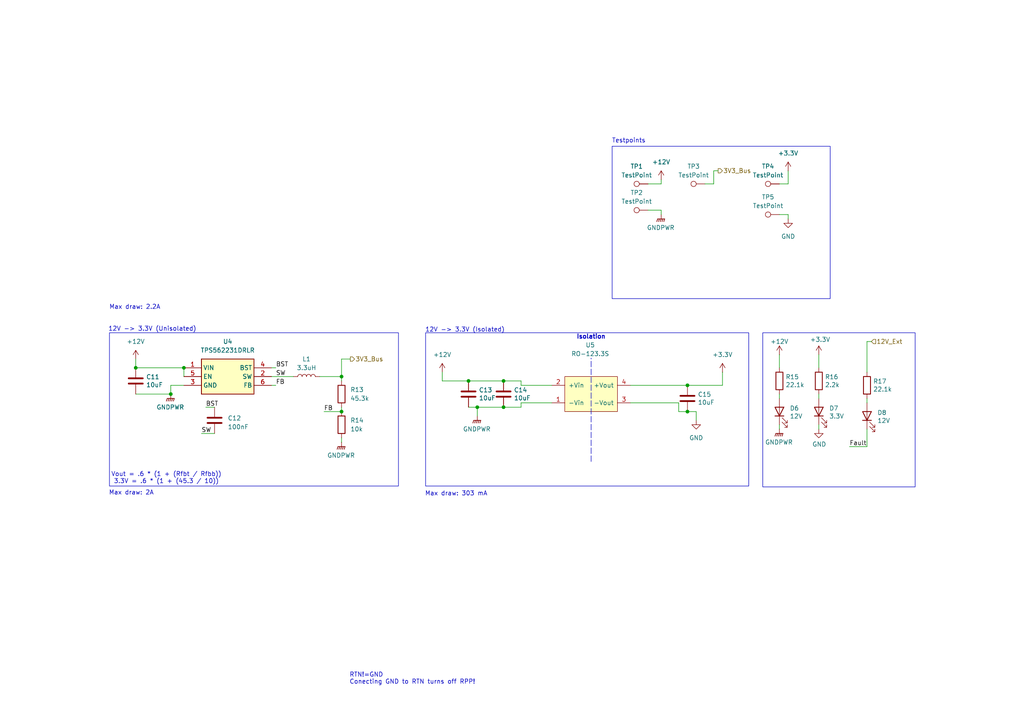
<source format=kicad_sch>
(kicad_sch (version 20231120) (generator "eeschema") (generator_version "8.0")
  (paper "A4")
  (lib_symbols
    (symbol "Connector:TestPoint" (pin_numbers hide) (pin_names (offset 0.762) hide)
      (property "Reference" "TP" (at 0 6.858 0))
      (property "Value" "TestPoint" (at 0 5.08 0))
      (symbol "TestPoint_0_1"
        (circle (center 0 3.302) (radius 0.762))
      )
      (symbol "TestPoint_1_1"
        (pin passive line (at 0 0 90) (length 2.54) (name "1") (number "1"))
      )
    )
    (symbol "Device:C" (pin_numbers hide) (pin_names (offset 0.254))
      (property "Reference" "C" (at 0.635 2.54 0))
      (property "Value" "C" (at 0.635 -2.54 0))
      (symbol "C_0_1"
        (polyline (pts (xy -2.032 -0.762) (xy 2.032 -0.762)) (stroke (width 0.508)))
        (polyline (pts (xy -2.032 0.762) (xy 2.032 0.762)) (stroke (width 0.508)))
      )
      (symbol "C_1_1"
        (pin passive line (at 0 3.81 270) (length 2.794) (name "~") (number "1"))
        (pin passive line (at 0 -3.81 90) (length 2.794) (name "~") (number "2"))
      )
    )
    (symbol "Device:L" (pin_numbers hide) (pin_names (offset 1.016) hide)
      (property "Reference" "L" (at -1.27 0 90))
      (property "Value" "L" (at 1.905 0 90))
      (symbol "L_0_1"
        (arc (start 0 -2.54) (mid 0.6323 -1.905) (end 0 -1.27))
        (arc (start 0 -1.27) (mid 0.6323 -0.635) (end 0 0))
        (arc (start 0 0) (mid 0.6323 0.635) (end 0 1.27))
        (arc (start 0 1.27) (mid 0.6323 1.905) (end 0 2.54))
      )
      (symbol "L_1_1"
        (pin passive line (at 0 3.81 270) (length 1.27) (name "1") (number "1"))
        (pin passive line (at 0 -3.81 90) (length 1.27) (name "2") (number "2"))
      )
    )
    (symbol "Device:LED" (pin_numbers hide) (pin_names (offset 1.016) hide)
      (property "Reference" "D" (at 0 2.54 0))
      (property "Value" "LED" (at 0 -2.54 0))
      (symbol "LED_0_1"
        (polyline (pts (xy -1.27 -1.27) (xy -1.27 1.27)) (stroke (width 0.254)))
        (polyline (pts (xy -1.27 0) (xy 1.27 0)))
        (polyline (pts (xy 1.27 -1.27) (xy 1.27 1.27) (xy -1.27 0) (xy 1.27 -1.27)) (stroke (width 0.254)))
        (polyline (pts (xy -3.048 -0.762) (xy -4.572 -2.286) (xy -3.81 -2.286) (xy -4.572 -2.286) (xy -4.572 -1.524)))
        (polyline (pts (xy -1.778 -0.762) (xy -3.302 -2.286) (xy -2.54 -2.286) (xy -3.302 -2.286) (xy -3.302 -1.524)))
      )
      (symbol "LED_1_1"
        (pin passive line (at -3.81 0 0) (length 2.54) (name "K") (number "1"))
        (pin passive line (at 3.81 0 180) (length 2.54) (name "A") (number "2"))
      )
    )
    (symbol "Device:R" (pin_numbers hide) (pin_names (offset 0))
      (property "Reference" "R" (at 2.032 0 90))
      (property "Value" "R" (at 0 0 90))
      (symbol "R_0_1"
        (rectangle (start -1.016 -2.54) (end 1.016 2.54) (stroke (width 0.254)))
      )
      (symbol "R_1_1"
        (pin passive line (at 0 3.81 270) (length 1.27) (name "~") (number "1"))
        (pin passive line (at 0 -3.81 90) (length 1.27) (name "~") (number "2"))
      )
    )
    (symbol "power:+12V" (power) (pin_numbers hide) (pin_names (offset 0) hide)
      (property "Value" "+12V" (at 0 3.556 0))
      (symbol "+12V_0_1"
        (polyline (pts (xy -0.762 1.27) (xy 0 2.54)))
        (polyline (pts (xy 0 0) (xy 0 2.54)))
        (polyline (pts (xy 0 2.54) (xy 0.762 1.27)))
      )
      (symbol "+12V_1_1"
        (pin power_in line (at 0 0 90) (length 0) (name "~") (number "1"))
      )
    )
    (symbol "power:+3.3V" (power) (pin_numbers hide) (pin_names (offset 0) hide)
      (property "Value" "+3.3V" (at 0 3.556 0))
      (symbol "+3.3V_0_1"
        (polyline (pts (xy -0.762 1.27) (xy 0 2.54)))
        (polyline (pts (xy 0 0) (xy 0 2.54)))
        (polyline (pts (xy 0 2.54) (xy 0.762 1.27)))
      )
      (symbol "+3.3V_1_1"
        (pin power_in line (at 0 0 90) (length 0) (name "~") (number "1"))
      )
    )
    (symbol "power:GND" (power) (pin_numbers hide) (pin_names (offset 0) hide)
      (property "Value" "GND" (at 0 -3.81 0))
      (symbol "GND_0_1"
        (polyline (pts (xy 0 0) (xy 0 -1.27) (xy 1.27 -1.27) (xy 0 -2.54) (xy -1.27 -1.27) (xy 0 -1.27)))
      )
      (symbol "GND_1_1"
        (pin power_in line (at 0 0 270) (length 0) (name "~") (number "1"))
      )
    )
    (symbol "power:GNDPWR" (power) (pin_numbers hide) (pin_names (offset 0) hide)
      (property "Value" "GNDPWR" (at 0 -3.302 0))
      (symbol "GNDPWR_0_1"
        (polyline (pts (xy 0 -1.27) (xy 0 0)))
        (polyline (pts (xy -1.016 -1.27) (xy -1.27 -2.032) (xy -1.27 -2.032)) (stroke (width 0.2032)))
        (polyline (pts (xy -0.508 -1.27) (xy -0.762 -2.032) (xy -0.762 -2.032)) (stroke (width 0.2032)))
        (polyline (pts (xy 0 -1.27) (xy -0.254 -2.032) (xy -0.254 -2.032)) (stroke (width 0.2032)))
        (polyline (pts (xy 0.508 -1.27) (xy 0.254 -2.032) (xy 0.254 -2.032)) (stroke (width 0.2032)))
        (polyline (pts (xy 1.016 -1.27) (xy -1.016 -1.27) (xy -1.016 -1.27)) (stroke (width 0.2032)))
        (polyline (pts (xy 1.016 -1.27) (xy 0.762 -2.032) (xy 0.762 -2.032) (xy 0.762 -2.032)) (stroke (width 0.2032)))
      )
      (symbol "GNDPWR_1_1"
        (pin power_in line (at 0 0 270) (length 0) (name "~") (number "1"))
      )
    )
    (symbol "utsvt-power-regulators:RO-123.3S_HP" (pin_names (offset 1.016))
      (property "Reference" "U" (at 0 10.16 0))
      (property "Value" "RO-123.3S_HP" (at 0 7.62 0))
      (symbol "RO-123.3S_HP_1_1"
        (rectangle (start -7.62 5.08) (end 7.62 -5.08) (fill (type background)))
        (pin input line (at -11.43 -2.54 0) (length 3.81) (name "-Vin") (number "1"))
        (pin power_in line (at -11.43 2.54 0) (length 3.81) (name "+Vin") (number "2"))
        (pin power_out line (at 11.43 -2.54 180) (length 3.81) (name "-Vout") (number "3"))
        (pin power_out line (at 11.43 2.54 180) (length 3.81) (name "+Vout") (number "4"))
      )
    )
    (symbol "utsvt-power-regulators:TPS562231DRLR"
      (property "Reference" "U" (at 0 1.778 0))
      (property "Value" "TPS562231DRLR" (at 0 0 0))
      (symbol "TPS562231DRLR_1_1"
        (rectangle (start -6.35 -2.54) (end 8.89 -12.7) (stroke (width 0.254)) (fill (type background)))
        (pin passive line (at -11.43 -5.08 0) (length 5.08) (name "VIN") (number "1"))
        (pin passive line (at 13.97 -7.62 180) (length 5.08) (name "SW") (number "2"))
        (pin passive line (at -11.43 -10.16 0) (length 5.08) (name "GND") (number "3"))
        (pin passive line (at 13.97 -5.08 180) (length 5.08) (name "BST") (number "4"))
        (pin passive line (at -11.43 -7.62 0) (length 5.08) (name "EN") (number "5"))
        (pin passive line (at 13.97 -10.16 180) (length 5.08) (name "FB") (number "6"))
      )
    )
  )
  (junction (at 138.43 118.11))
  (junction (at 99.06 109.22))
  (junction (at 146.05 118.11))
  (junction (at 146.05 110.49))
  (junction (at 53.34 106.68))
  (junction (at 49.53 114.3))
  (junction (at 199.39 111.76))
  (junction (at 135.89 110.49))
  (junction (at 39.37 106.68))
  (junction (at 199.39 119.38))
  (junction (at 99.06 119.38))
  (wire (pts (xy 187.96 53.34) (xy 191.77 53.34)))
  (wire (pts (xy 62.23 125.73) (xy 58.42 125.73)))
  (wire (pts (xy 191.77 53.34) (xy 191.77 52.07)))
  (wire (pts (xy 49.53 111.76) (xy 53.34 111.76)))
  (wire (pts (xy 228.6 49.53) (xy 228.6 53.34)))
  (wire (pts (xy 53.34 106.68) (xy 53.34 109.22)))
  (wire (pts (xy 201.93 121.92) (xy 201.93 119.38)))
  (wire (pts (xy 99.06 104.14) (xy 101.6 104.14)))
  (wire (pts (xy 204.47 53.34) (xy 207.01 53.34)))
  (wire (pts (xy 226.06 53.34) (xy 228.6 53.34)))
  (wire (pts (xy 99.06 127) (xy 99.06 128.27)))
  (wire (pts (xy 251.46 129.54) (xy 251.46 124.46)))
  (wire (pts (xy 39.37 114.3) (xy 49.53 114.3)))
  (wire (pts (xy 151.13 111.76) (xy 151.13 110.49)))
  (wire (pts (xy 151.13 118.11) (xy 151.13 116.84)))
  (wire (pts (xy 78.74 106.68) (xy 80.01 106.68)))
  (polyline (pts (xy 171.45 133.858) (xy 171.45 103.886)) (stroke (width 0) (type dash)))
  (wire (pts (xy 199.39 111.76) (xy 209.55 111.76)))
  (wire (pts (xy 226.06 115.57) (xy 226.06 114.3)))
  (wire (pts (xy 196.85 116.84) (xy 196.85 119.38)))
  (wire (pts (xy 99.06 104.14) (xy 99.06 109.22)))
  (wire (pts (xy 226.06 62.23) (xy 228.6 62.23)))
  (wire (pts (xy 182.88 111.76) (xy 199.39 111.76)))
  (wire (pts (xy 93.98 119.38) (xy 99.06 119.38)))
  (wire (pts (xy 39.37 106.68) (xy 53.34 106.68)))
  (wire (pts (xy 237.49 115.57) (xy 237.49 114.3)))
  (wire (pts (xy 207.01 49.53) (xy 207.01 53.34)))
  (wire (pts (xy 135.89 110.49) (xy 146.05 110.49)))
  (wire (pts (xy 99.06 119.38) (xy 99.06 118.11)))
  (wire (pts (xy 138.43 118.11) (xy 138.43 120.65)))
  (wire (pts (xy 251.46 116.84) (xy 251.46 115.57)))
  (wire (pts (xy 59.69 118.11) (xy 62.23 118.11)))
  (wire (pts (xy 237.49 124.46) (xy 237.49 123.19)))
  (wire (pts (xy 146.05 118.11) (xy 151.13 118.11)))
  (wire (pts (xy 199.39 119.38) (xy 201.93 119.38)))
  (wire (pts (xy 237.49 102.87) (xy 237.49 106.68)))
  (wire (pts (xy 246.38 129.54) (xy 251.46 129.54)))
  (wire (pts (xy 49.53 111.76) (xy 49.53 114.3)))
  (wire (pts (xy 146.05 110.49) (xy 151.13 110.49)))
  (wire (pts (xy 251.46 99.06) (xy 251.46 107.95)))
  (wire (pts (xy 128.27 107.95) (xy 128.27 110.49)))
  (wire (pts (xy 208.28 49.53) (xy 207.01 49.53)))
  (wire (pts (xy 226.06 102.87) (xy 226.06 106.68)))
  (wire (pts (xy 78.74 109.22) (xy 85.09 109.22)))
  (wire (pts (xy 151.13 116.84) (xy 160.02 116.84)))
  (wire (pts (xy 92.71 109.22) (xy 99.06 109.22)))
  (wire (pts (xy 99.06 109.22) (xy 99.06 110.49)))
  (wire (pts (xy 128.27 110.49) (xy 135.89 110.49)))
  (wire (pts (xy 209.55 107.95) (xy 209.55 111.76)))
  (wire (pts (xy 78.74 111.76) (xy 80.01 111.76)))
  (wire (pts (xy 135.89 118.11) (xy 138.43 118.11)))
  (wire (pts (xy 191.77 60.96) (xy 187.96 60.96)))
  (wire (pts (xy 252.73 99.06) (xy 251.46 99.06)))
  (wire (pts (xy 228.6 62.23) (xy 228.6 63.5)))
  (wire (pts (xy 191.77 62.23) (xy 191.77 60.96)))
  (wire (pts (xy 196.85 119.38) (xy 199.39 119.38)))
  (wire (pts (xy 39.37 104.14) (xy 39.37 106.68)))
  (polyline (pts (xy 171.45 103.886) (xy 171.45 103.886)))
  (wire (pts (xy 182.88 116.84) (xy 196.85 116.84)))
  (wire (pts (xy 160.02 111.76) (xy 151.13 111.76)))
  (wire (pts (xy 138.43 118.11) (xy 146.05 118.11)))
  (wire (pts (xy 226.06 124.46) (xy 226.06 123.19)))
  (rectangle (start 177.546 42.418) (end 240.792 86.614))
  (rectangle (start 123.444 96.52) (end 217.17 140.97))
  (rectangle (start 221.234 96.52) (end 265.43 141.224))
  (rectangle (start 31.75 96.52) (end 115.57 140.97))
  (text "12V -> 3.3V (Isolated)" (at 134.874 95.758 0) (effects (font (size 1.27 1.27))))
  (text "Max draw: 2.2A" (at 39.116 89.154 0) (effects (font (size 1.27 1.27))))
  (text "12V -> 3.3V (Unisolated)" (at 44.196 95.504 0) (effects (font (size 1.27 1.27))))
  (text "Max draw: 2A" (at 38.1 143.002 0) (effects (font (size 1.27 1.27))))
  (text "Testpoints" (at 182.372 40.894 0) (effects (font (size 1.27 1.27))))
  (text "RTN!=GND \nConecting GND to RTN turns off RPP!" (at 101.346 196.85 0) (effects (font (size 1.27 1.27)) (justify left)))
  (text "Vout = .6 * (1 + (Rfbt / Rfbb))\n3.3V = .6 * (1 + (45.3 / 10))" (at 48.26 138.684 0) (effects (font (size 1.27 1.27))))
  (text "Max draw: 303 mA" (at 132.334 143.256 0) (effects (font (size 1.27 1.27))))
  (text "Isolation" (at 171.45 97.79 0) (effects (font (size 1.27 1.27) (thickness 0.254) (bold yes))))
  (label "BST" (at 59.69 118.11 0))
  (label "Fault" (at 246.38 129.54 0))
  (label "BST" (at 80.01 106.68 0))
  (label "SW" (at 80.01 109.22 0))
  (label "FB" (at 93.98 119.38 0))
  (label "SW" (at 58.42 125.73 0))
  (label "FB" (at 80.01 111.76 0))
  (hierarchical_label "12V_Ext" (shape input) (at 252.73 99.06 0))
  (hierarchical_label "3V3_Bus" (shape output) (at 208.28 49.53 0))
  (hierarchical_label "3V3_Bus" (shape output) (at 101.6 104.14 0))
  (symbol (lib_id "power:GNDPWR") (at 49.53 114.3 0) (unit 1)
    (property "Reference" "#PWR032" (effects (hide yes)))
    (property "Value" "GNDPWR" (at 49.403 118.11 0))
    (property "Description" "Power symbol creates a global label with name \"GNDPWR\" , global ground" (effects (hide yes)))
  )
  (symbol (lib_id "Device:C") (at 199.39 115.57 0) (unit 1)
    (property "Reference" "C15" (at 202.3872 114.4016 0) (effects (justify left)))
    (property "Value" "10uF" (at 202.3872 116.713 0) (effects (justify left)))
    (property "Footprint" "Capacitor_SMD:C_0805_2012Metric" (effects (hide yes)))
    (property "Description" "Unpolarized capacitor" (effects (hide yes)))
    (property "P/N" "TMK212BBJ106MGHT" (effects (hide yes)))
    (property "Mouser Part Number" "581-22201C106KAT2A" (effects (hide yes)))
  )
  (symbol (lib_id "power:+12V") (at 191.77 52.07 0) (unit 1)
    (property "Reference" "#PWR036" (effects (hide yes)))
    (property "Value" "+12V" (at 191.77 46.99 0))
    (property "Description" "Power symbol creates a global label with name \"+12V\"" (effects (hide yes)))
  )
  (symbol (lib_id "power:+12V") (at 128.27 107.95 0) (unit 1)
    (property "Reference" "#PWR034" (effects (hide yes)))
    (property "Value" "+12V" (at 128.27 102.87 0))
    (property "Description" "Power symbol creates a global label with name \"+12V\"" (effects (hide yes)))
  )
  (symbol (lib_id "power:GNDPWR") (at 138.43 120.65 0) (unit 1)
    (property "Reference" "#PWR035" (effects (hide yes)))
    (property "Value" "GNDPWR" (at 138.303 124.46 0))
    (property "Description" "Power symbol creates a global label with name \"GNDPWR\" , global ground" (effects (hide yes)))
  )
  (symbol (lib_id "Device:C") (at 62.23 121.92 0) (unit 1)
    (property "Reference" "C12" (at 66.04 121.285 0) (effects (justify left)))
    (property "Value" "100nF" (at 66.04 123.825 0) (effects (justify left)))
    (property "Footprint" "Capacitor_SMD:C_0805_2012Metric" (effects (hide yes)))
    (property "Description" "Unpolarized capacitor" (effects (hide yes)))
    (property "Mouser Part Number" "80-C0805C104M5R" (effects (hide yes)))
    (property "P/N" "C0805C104M5RACTU" (effects (hide yes)))
  )
  (symbol (lib_id "power:GND") (at 201.93 121.92 0) (unit 1)
    (property "Reference" "#PWR038" (effects (hide yes)))
    (property "Value" "GND" (at 201.93 127 0))
    (property "Description" "Power symbol creates a global label with name \"GND\" , ground" (effects (hide yes)))
  )
  (symbol (lib_id "power:GNDPWR") (at 226.06 124.46 0) (unit 1)
    (property "Reference" "#PWR041" (effects (hide yes)))
    (property "Value" "GNDPWR" (at 225.933 128.27 0))
    (property "Description" "Power symbol creates a global label with name \"GNDPWR\" , global ground" (effects (hide yes)))
  )
  (symbol (lib_id "Connector:TestPoint") (at 187.96 60.96 90) (unit 1)
    (property "Reference" "TP2" (at 184.658 55.88 90))
    (property "Value" "TestPoint" (at 184.658 58.42 90))
    (property "Footprint" "Connector_PinHeader_2.54mm:PinHeader_1x01_P2.54mm_Vertical" (effects (hide yes)))
    (property "Description" "test point" (effects (hide yes)))
  )
  (symbol (lib_id "Device:LED") (at 226.06 119.38 90) (unit 1)
    (property "Reference" "D6" (at 229.0572 118.4148 90) (effects (justify right)))
    (property "Value" "12V" (at 229.0572 120.7262 90) (effects (justify right)))
    (property "Footprint" "LED_SMD:LED_0805_2012Metric" (effects (hide yes)))
    (property "Description" "Light emitting diode" (effects (hide yes)))
    (property "Color" "Green" (effects (hide yes)))
    (property "P/N" "APTD2012LCGCK" (effects (hide yes)))
    (property "Vf" "1.9V" (effects (hide yes)))
    (property "If" "2mA" (effects (hide yes)))
    (property "Mouser Part Number" "604-APTD2012LCGCK" (effects (hide yes)))
    (property "Inventory" "Y" (effects (hide yes)))
    (property "Mouser Price/Stock" "https://www.mouser.com/ProductDetail/Kingbright/APTD2012LCGCK?qs=AQlKX63v8RvNHN%2F9EGvNTg%3D%3D" (effects (hide yes)))
  )
  (symbol (lib_id "Device:R") (at 99.06 114.3 0) (unit 1)
    (property "Reference" "R13" (at 101.6 113.0299 0) (effects (justify left)))
    (property "Value" "45.3k" (at 101.6 115.5699 0) (effects (justify left)))
    (property "Footprint" "Resistor_SMD:R_0805_2012Metric" (effects (hide yes)))
    (property "Description" "Resistor" (effects (hide yes)))
    (property "P/N" "CRCW080545K3FKEA" (effects (hide yes)))
  )
  (symbol (lib_id "Connector:TestPoint") (at 187.96 53.34 90) (unit 1)
    (property "Reference" "TP1" (at 184.658 48.26 90))
    (property "Value" "TestPoint" (at 184.658 50.8 90))
    (property "Footprint" "Connector_PinHeader_2.54mm:PinHeader_1x01_P2.54mm_Vertical" (effects (hide yes)))
    (property "Description" "test point" (effects (hide yes)))
  )
  (symbol (lib_id "Device:R") (at 251.46 111.76 0) (unit 1)
    (property "Reference" "R17" (at 253.238 110.5916 0) (effects (justify left)))
    (property "Value" "22.1k" (at 253.238 112.903 0) (effects (justify left)))
    (property "Footprint" "Resistor_SMD:R_0805_2012Metric" (effects (hide yes)))
    (property "Description" "Resistor" (effects (hide yes)))
    (property "P/N" "CRCW080522K1FKEA" (effects (hide yes)))
    (property "Mouser Part Number" "71-CRCW0805-22.1K-E3" (effects (hide yes)))
    (property "Inventory" "Y" (effects (hide yes)))
    (property "Mouser Price/Stock" "https://www.mouser.com/ProductDetail/Vishay-Dale/CRCW080522K1FKEA?qs=fIsz7OpyEY%2F1GKOToH8JbQ%3D%3D" (effects (hide yes)))
  )
  (symbol (lib_id "power:GND") (at 237.49 124.46 0) (unit 1)
    (property "Reference" "#PWR045" (effects (hide yes)))
    (property "Value" "GND" (at 237.617 128.8542 0))
    (property "Description" "Power symbol creates a global label with name \"GND\" , ground" (effects (hide yes)))
  )
  (symbol (lib_id "power:+12V") (at 226.06 102.87 0) (unit 1)
    (property "Reference" "#PWR040" (effects (hide yes)))
    (property "Value" "+12V" (at 226.06 99.06 0))
    (property "Description" "Power symbol creates a global label with name \"+12V\"" (effects (hide yes)))
  )
  (symbol (lib_id "power:GNDPWR") (at 191.77 62.23 0) (unit 1)
    (property "Reference" "#PWR037" (effects (hide yes)))
    (property "Value" "GNDPWR" (at 191.643 66.04 0))
    (property "Description" "Power symbol creates a global label with name \"GNDPWR\" , global ground" (effects (hide yes)))
  )
  (symbol (lib_id "Device:LED") (at 251.46 120.65 90) (unit 1)
    (property "Reference" "D8" (at 254.4572 119.6848 90) (effects (justify right)))
    (property "Value" "12V" (at 254.4572 121.9962 90) (effects (justify right)))
    (property "Footprint" "LED_SMD:LED_0805_2012Metric" (effects (hide yes)))
    (property "Description" "Light emitting diode" (effects (hide yes)))
    (property "Color" "Green" (effects (hide yes)))
    (property "P/N" "APTD2012LCGCK" (effects (hide yes)))
    (property "Vf" "1.9V" (effects (hide yes)))
    (property "If" "2mA" (effects (hide yes)))
    (property "Mouser Part Number" "604-APTD2012LCGCK" (effects (hide yes)))
    (property "Inventory" "Y" (effects (hide yes)))
    (property "Mouser Price/Stock" "https://www.mouser.com/ProductDetail/Kingbright/APTD2012LCGCK?qs=AQlKX63v8RvNHN%2F9EGvNTg%3D%3D" (effects (hide yes)))
  )
  (symbol (lib_id "Device:R") (at 226.06 110.49 0) (unit 1)
    (property "Reference" "R15" (at 227.838 109.3216 0) (effects (justify left)))
    (property "Value" "22.1k" (at 227.838 111.633 0) (effects (justify left)))
    (property "Footprint" "Resistor_SMD:R_0805_2012Metric" (effects (hide yes)))
    (property "Description" "Resistor" (effects (hide yes)))
    (property "P/N" "CRCW080522K1FKEA" (effects (hide yes)))
    (property "Mouser Part Number" "71-CRCW0805-22.1K-E3" (effects (hide yes)))
    (property "Inventory" "Y" (effects (hide yes)))
    (property "Mouser Price/Stock" "https://www.mouser.com/ProductDetail/Vishay-Dale/CRCW080522K1FKEA?qs=fIsz7OpyEY%2F1GKOToH8JbQ%3D%3D" (effects (hide yes)))
  )
  (symbol (lib_id "Connector:TestPoint") (at 226.06 62.23 90) (unit 1)
    (property "Reference" "TP5" (at 222.758 57.15 90))
    (property "Value" "TestPoint" (at 222.758 59.69 90))
    (property "Footprint" "Connector_PinHeader_2.54mm:PinHeader_1x01_P2.54mm_Vertical" (effects (hide yes)))
    (property "Description" "test point" (effects (hide yes)))
  )
  (symbol (lib_id "Connector:TestPoint") (at 204.47 53.34 90) (unit 1)
    (property "Reference" "TP3" (at 201.168 48.26 90))
    (property "Value" "TestPoint" (at 201.168 50.8 90))
    (property "Footprint" "TestPoint:TestPoint_Pad_D1.5mm" (effects (hide yes)))
    (property "Description" "test point" (effects (hide yes)))
  )
  (symbol (lib_id "utsvt-power-regulators:RO-123.3S_HP") (at 171.45 114.3 0) (unit 1)
    (property "Reference" "U5" (at 171.196 100.076 0))
    (property "Value" "RO-123.3S" (at 171.196 102.616 0))
    (property "Footprint" "UTSVT_ICs:RI3_DC_Converter" (effects (hide yes)))
    (property "Datasheet" "https://www.mouser.com/datasheet/2/468/RO-1711124.pdf" (effects (hide yes)))
    (property "Description" "Isolated DC/DC Converters 1W DC/DC 2kV UNREG 12Vin 3.3Vout" (effects (hide yes)))
    (property "P/N" "RO-123.3S " (effects (hide yes)))
  )
  (symbol (lib_id "power:+3.3V") (at 237.49 102.87 0) (unit 1)
    (property "Reference" "#PWR044" (effects (hide yes)))
    (property "Value" "+3.3V" (at 237.871 98.4758 0))
    (property "Description" "Power symbol creates a global label with name \"+3.3V\"" (effects (hide yes)))
  )
  (symbol (lib_id "power:GND") (at 228.6 63.5 0) (unit 1)
    (property "Reference" "#PWR043" (effects (hide yes)))
    (property "Value" "GND" (at 228.6 68.58 0))
    (property "Description" "Power symbol creates a global label with name \"GND\" , ground" (effects (hide yes)))
  )
  (symbol (lib_id "Device:L") (at 88.9 109.22 90) (unit 1)
    (property "Reference" "L1" (at 88.9 104.14 90))
    (property "Value" "3.3uH" (at 88.9 106.68 90))
    (property "Footprint" "Inductor_SMD:L_0805_2012Metric_Pad1.15x1.40mm_HandSolder" (effects (hide yes)))
    (property "Description" "Inductor" (effects (hide yes)))
    (property "P/N" "MLZ2012M3R3HT000" (effects (hide yes)))
  )
  (symbol (lib_id "Device:R") (at 237.49 110.49 0) (unit 1)
    (property "Reference" "R16" (at 239.268 109.3216 0) (effects (justify left)))
    (property "Value" "2.2k" (at 239.268 111.633 0) (effects (justify left)))
    (property "Footprint" "Resistor_SMD:R_0805_2012Metric" (effects (hide yes)))
    (property "Description" "Resistor" (effects (hide yes)))
    (property "P/N" "SDR10EZPF2200" (effects (hide yes)))
    (property "Mouser Part Number" "Inventory" (effects (hide yes)))
  )
  (symbol (lib_id "Connector:TestPoint") (at 226.06 53.34 90) (unit 1)
    (property "Reference" "TP4" (at 222.758 48.26 90))
    (property "Value" "TestPoint" (at 222.758 50.8 90))
    (property "Footprint" "Connector_PinHeader_2.54mm:PinHeader_1x01_P2.54mm_Vertical" (effects (hide yes)))
    (property "Description" "test point" (effects (hide yes)))
  )
  (symbol (lib_id "utsvt-power-regulators:TPS562231DRLR") (at 64.77 101.6 0) (unit 1)
    (property "Reference" "U4" (at 66.04 99.06 0))
    (property "Value" "TPS562231DRLR" (at 66.04 101.6 0))
    (property "Footprint" "Package_TO_SOT_SMD:SOT-563" (effects (hide yes)))
    (property "Datasheet" "https://www.ti.com/lit/ds/symlink/tps562231.pdf?ts=1724081383264&ref_url=https%253A%252F%252Fwww.mouser.com%252F" (effects (hide yes)))
    (property "P/N" "TPS562231DRLR" (effects (hide yes)))
  )
  (symbol (lib_id "Device:R") (at 99.06 123.19 0) (unit 1)
    (property "Reference" "R14" (at 101.6 121.9199 0) (effects (justify left)))
    (property "Value" "10k" (at 101.6 124.4599 0) (effects (justify left)))
    (property "Footprint" "Resistor_SMD:R_0805_2012Metric" (effects (hide yes)))
    (property "Description" "Resistor" (effects (hide yes)))
    (property "P/N" "RT0603FRE0710KL " (effects (hide yes)))
  )
  (symbol (lib_id "power:GNDPWR") (at 99.06 128.27 0) (unit 1)
    (property "Reference" "#PWR033" (effects (hide yes)))
    (property "Value" "GNDPWR" (at 98.933 132.08 0))
    (property "Description" "Power symbol creates a global label with name \"GNDPWR\" , global ground" (effects (hide yes)))
  )
  (symbol (lib_id "Device:LED") (at 237.49 119.38 90) (unit 1)
    (property "Reference" "D7" (at 240.4872 118.4148 90) (effects (justify right)))
    (property "Value" "3.3V" (at 240.4872 120.7262 90) (effects (justify right)))
    (property "Footprint" "LED_SMD:LED_0805_2012Metric" (effects (hide yes)))
    (property "Description" "Light emitting diode" (effects (hide yes)))
    (property "Color" "Green" (effects (hide yes)))
    (property "P/N" "APTD2012LCGCK" (effects (hide yes)))
    (property "Vf" "1.9V" (effects (hide yes)))
    (property "If" "2mA" (effects (hide yes)))
    (property "Mouser Part Number" "604-APTD2012LCGCK" (effects (hide yes)))
  )
  (symbol (lib_id "power:+12V") (at 39.37 104.14 0) (unit 1)
    (property "Reference" "#PWR031" (effects (hide yes)))
    (property "Value" "+12V" (at 39.37 99.06 0))
    (property "Description" "Power symbol creates a global label with name \"+12V\"" (effects (hide yes)))
  )
  (symbol (lib_id "power:+3.3V") (at 209.55 107.95 0) (unit 1)
    (property "Reference" "#PWR039" (effects (hide yes)))
    (property "Value" "+3.3V" (at 209.55 102.87 0))
    (property "Description" "Power symbol creates a global label with name \"+3.3V\"" (effects (hide yes)))
  )
  (symbol (lib_id "Device:C") (at 135.89 114.3 0) (unit 1)
    (property "Reference" "C13" (at 138.8872 113.1316 0) (effects (justify left)))
    (property "Value" "10uF" (at 138.8872 115.443 0) (effects (justify left)))
    (property "Footprint" "Capacitor_SMD:C_0805_2012Metric" (effects (hide yes)))
    (property "Description" "Unpolarized capacitor" (effects (hide yes)))
    (property "P/N" "TMK212BBJ106MGHT" (effects (hide yes)))
    (property "Mouser Part Number" "581-22201C106KAT2A" (effects (hide yes)))
  )
  (symbol (lib_id "Device:C") (at 146.05 114.3 0) (unit 1)
    (property "Reference" "C14" (at 149.0472 113.1316 0) (effects (justify left)))
    (property "Value" "10uF" (at 149.0472 115.443 0) (effects (justify left)))
    (property "Footprint" "Capacitor_SMD:C_0805_2012Metric" (effects (hide yes)))
    (property "Description" "Unpolarized capacitor" (effects (hide yes)))
    (property "P/N" "TMK212BBJ106MGHT" (effects (hide yes)))
    (property "Mouser Part Number" "581-22201C106KAT2A" (effects (hide yes)))
  )
  (symbol (lib_id "power:+3.3V") (at 228.6 49.53 0) (unit 1)
    (property "Reference" "#PWR042" (effects (hide yes)))
    (property "Value" "+3.3V" (at 228.6 44.45 0))
    (property "Description" "Power symbol creates a global label with name \"+3.3V\"" (effects (hide yes)))
  )
  (symbol (lib_id "Device:C") (at 39.37 110.49 0) (unit 1)
    (property "Reference" "C11" (at 42.3672 109.3216 0) (effects (justify left)))
    (property "Value" "10uF" (at 42.3672 111.633 0) (effects (justify left)))
    (property "Footprint" "Capacitor_SMD:C_0805_2012Metric" (effects (hide yes)))
    (property "Description" "Unpolarized capacitor" (effects (hide yes)))
    (property "P/N" "TMK212BBJ106MGHT" (effects (hide yes)))
    (property "Mouser Part Number" "581-22201C106KAT2A" (effects (hide yes)))
  )
)
</source>
